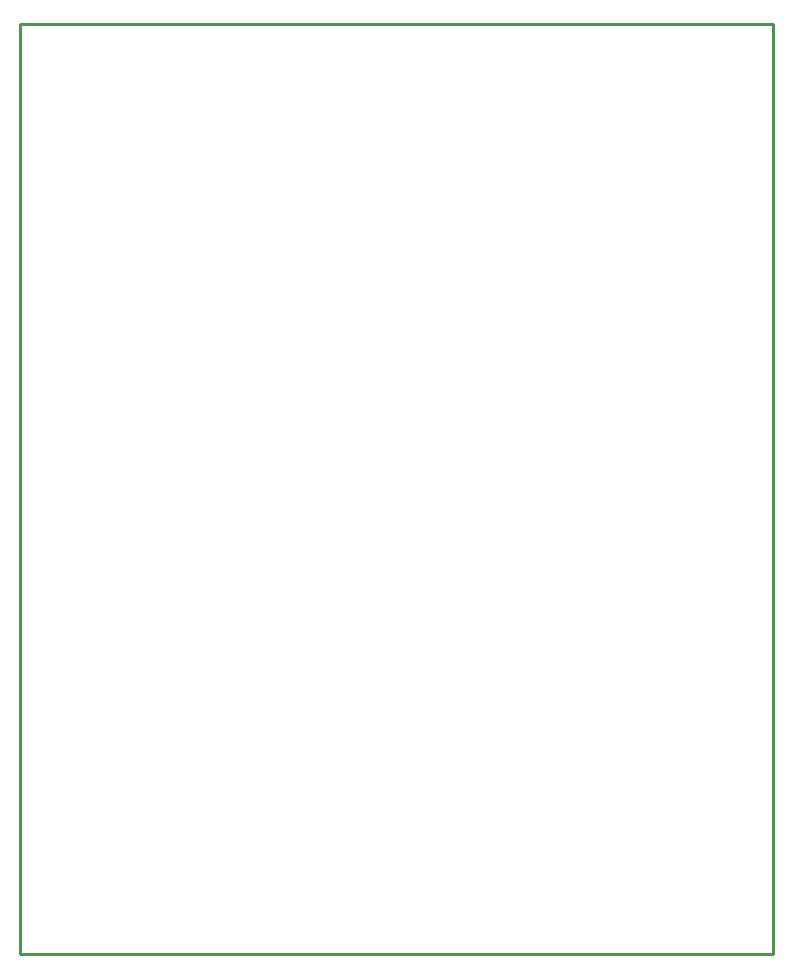
<source format=gko>
G04*
G04 #@! TF.GenerationSoftware,Altium Limited,Altium Designer,19.0.15 (446)*
G04*
G04 Layer_Color=16711935*
%FSLAX25Y25*%
%MOIN*%
G70*
G01*
G75*
%ADD10C,0.01000*%
D10*
X137100Y205600D02*
Y515600D01*
Y205600D02*
X388100D01*
Y515600D01*
X137100D02*
X388100D01*
M02*

</source>
